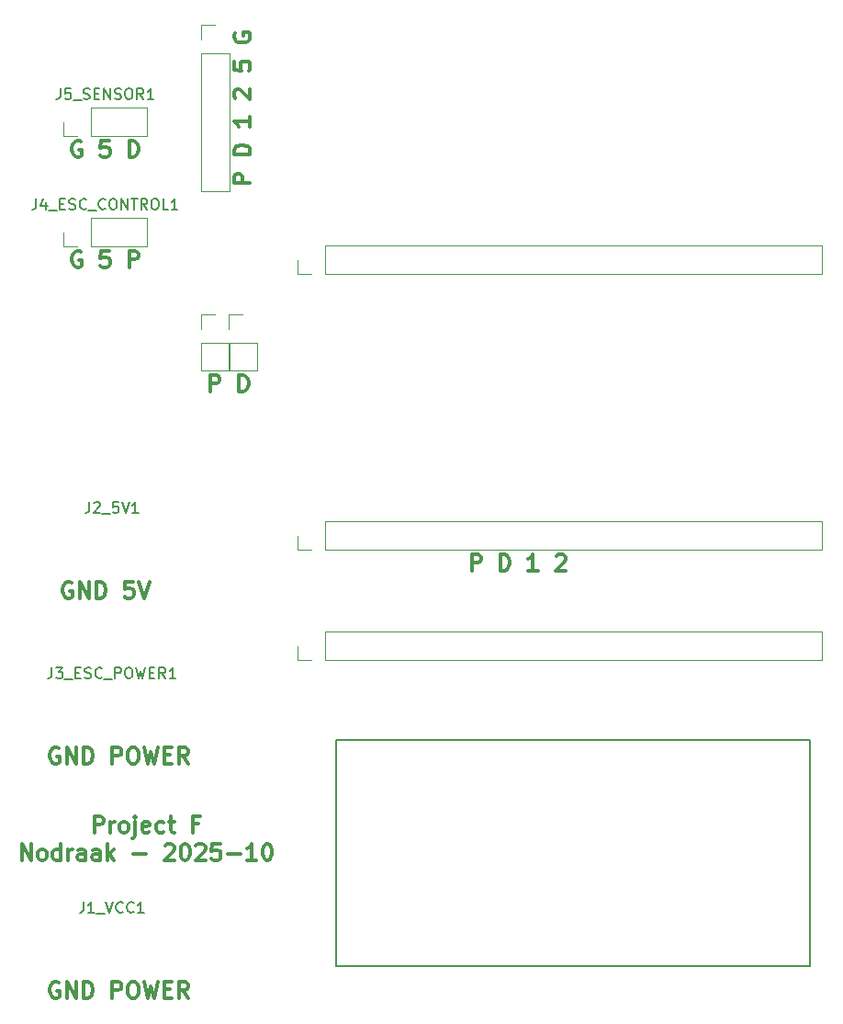
<source format=gbr>
%TF.GenerationSoftware,KiCad,Pcbnew,5.1.9+dfsg1-1~bpo10+1*%
%TF.CreationDate,2025-10-28T22:16:13+01:00*%
%TF.ProjectId,project-f,70726f6a-6563-4742-9d66-2e6b69636164,rev?*%
%TF.SameCoordinates,Original*%
%TF.FileFunction,Legend,Top*%
%TF.FilePolarity,Positive*%
%FSLAX46Y46*%
G04 Gerber Fmt 4.6, Leading zero omitted, Abs format (unit mm)*
G04 Created by KiCad (PCBNEW 5.1.9+dfsg1-1~bpo10+1) date 2025-10-28 22:16:13*
%MOMM*%
%LPD*%
G01*
G04 APERTURE LIST*
%ADD10C,0.300000*%
%ADD11C,0.120000*%
%ADD12C,0.150000*%
G04 APERTURE END LIST*
D10*
X41465714Y-60368571D02*
X41465714Y-58868571D01*
X42037142Y-58868571D01*
X42180000Y-58940000D01*
X42251428Y-59011428D01*
X42322857Y-59154285D01*
X42322857Y-59368571D01*
X42251428Y-59511428D01*
X42180000Y-59582857D01*
X42037142Y-59654285D01*
X41465714Y-59654285D01*
X44108571Y-60368571D02*
X44108571Y-58868571D01*
X44465714Y-58868571D01*
X44680000Y-58940000D01*
X44822857Y-59082857D01*
X44894285Y-59225714D01*
X44965714Y-59511428D01*
X44965714Y-59725714D01*
X44894285Y-60011428D01*
X44822857Y-60154285D01*
X44680000Y-60297142D01*
X44465714Y-60368571D01*
X44108571Y-60368571D01*
X65564285Y-76878571D02*
X65564285Y-75378571D01*
X66135714Y-75378571D01*
X66278571Y-75450000D01*
X66350000Y-75521428D01*
X66421428Y-75664285D01*
X66421428Y-75878571D01*
X66350000Y-76021428D01*
X66278571Y-76092857D01*
X66135714Y-76164285D01*
X65564285Y-76164285D01*
X68207142Y-76878571D02*
X68207142Y-75378571D01*
X68564285Y-75378571D01*
X68778571Y-75450000D01*
X68921428Y-75592857D01*
X68992857Y-75735714D01*
X69064285Y-76021428D01*
X69064285Y-76235714D01*
X68992857Y-76521428D01*
X68921428Y-76664285D01*
X68778571Y-76807142D01*
X68564285Y-76878571D01*
X68207142Y-76878571D01*
X71635714Y-76878571D02*
X70778571Y-76878571D01*
X71207142Y-76878571D02*
X71207142Y-75378571D01*
X71064285Y-75592857D01*
X70921428Y-75735714D01*
X70778571Y-75807142D01*
X73350000Y-75521428D02*
X73421428Y-75450000D01*
X73564285Y-75378571D01*
X73921428Y-75378571D01*
X74064285Y-75450000D01*
X74135714Y-75521428D01*
X74207142Y-75664285D01*
X74207142Y-75807142D01*
X74135714Y-76021428D01*
X73278571Y-76878571D01*
X74207142Y-76878571D01*
X45128571Y-41182857D02*
X43628571Y-41182857D01*
X43628571Y-40611428D01*
X43700000Y-40468571D01*
X43771428Y-40397142D01*
X43914285Y-40325714D01*
X44128571Y-40325714D01*
X44271428Y-40397142D01*
X44342857Y-40468571D01*
X44414285Y-40611428D01*
X44414285Y-41182857D01*
X45128571Y-38540000D02*
X43628571Y-38540000D01*
X43628571Y-38182857D01*
X43700000Y-37968571D01*
X43842857Y-37825714D01*
X43985714Y-37754285D01*
X44271428Y-37682857D01*
X44485714Y-37682857D01*
X44771428Y-37754285D01*
X44914285Y-37825714D01*
X45057142Y-37968571D01*
X45128571Y-38182857D01*
X45128571Y-38540000D01*
X45128571Y-35111428D02*
X45128571Y-35968571D01*
X45128571Y-35540000D02*
X43628571Y-35540000D01*
X43842857Y-35682857D01*
X43985714Y-35825714D01*
X44057142Y-35968571D01*
X43771428Y-33397142D02*
X43700000Y-33325714D01*
X43628571Y-33182857D01*
X43628571Y-32825714D01*
X43700000Y-32682857D01*
X43771428Y-32611428D01*
X43914285Y-32540000D01*
X44057142Y-32540000D01*
X44271428Y-32611428D01*
X45128571Y-33468571D01*
X45128571Y-32540000D01*
X43628571Y-30040000D02*
X43628571Y-30754285D01*
X44342857Y-30825714D01*
X44271428Y-30754285D01*
X44200000Y-30611428D01*
X44200000Y-30254285D01*
X44271428Y-30111428D01*
X44342857Y-30040000D01*
X44485714Y-29968571D01*
X44842857Y-29968571D01*
X44985714Y-30040000D01*
X45057142Y-30111428D01*
X45128571Y-30254285D01*
X45128571Y-30611428D01*
X45057142Y-30754285D01*
X44985714Y-30825714D01*
X43700000Y-27397142D02*
X43628571Y-27540000D01*
X43628571Y-27754285D01*
X43700000Y-27968571D01*
X43842857Y-28111428D01*
X43985714Y-28182857D01*
X44271428Y-28254285D01*
X44485714Y-28254285D01*
X44771428Y-28182857D01*
X44914285Y-28111428D01*
X45057142Y-27968571D01*
X45128571Y-27754285D01*
X45128571Y-27611428D01*
X45057142Y-27397142D01*
X44985714Y-27325714D01*
X44485714Y-27325714D01*
X44485714Y-27611428D01*
X27484285Y-114820000D02*
X27341428Y-114748571D01*
X27127142Y-114748571D01*
X26912857Y-114820000D01*
X26770000Y-114962857D01*
X26698571Y-115105714D01*
X26627142Y-115391428D01*
X26627142Y-115605714D01*
X26698571Y-115891428D01*
X26770000Y-116034285D01*
X26912857Y-116177142D01*
X27127142Y-116248571D01*
X27270000Y-116248571D01*
X27484285Y-116177142D01*
X27555714Y-116105714D01*
X27555714Y-115605714D01*
X27270000Y-115605714D01*
X28198571Y-116248571D02*
X28198571Y-114748571D01*
X29055714Y-116248571D01*
X29055714Y-114748571D01*
X29770000Y-116248571D02*
X29770000Y-114748571D01*
X30127142Y-114748571D01*
X30341428Y-114820000D01*
X30484285Y-114962857D01*
X30555714Y-115105714D01*
X30627142Y-115391428D01*
X30627142Y-115605714D01*
X30555714Y-115891428D01*
X30484285Y-116034285D01*
X30341428Y-116177142D01*
X30127142Y-116248571D01*
X29770000Y-116248571D01*
X32412857Y-116248571D02*
X32412857Y-114748571D01*
X32984285Y-114748571D01*
X33127142Y-114820000D01*
X33198571Y-114891428D01*
X33270000Y-115034285D01*
X33270000Y-115248571D01*
X33198571Y-115391428D01*
X33127142Y-115462857D01*
X32984285Y-115534285D01*
X32412857Y-115534285D01*
X34198571Y-114748571D02*
X34484285Y-114748571D01*
X34627142Y-114820000D01*
X34770000Y-114962857D01*
X34841428Y-115248571D01*
X34841428Y-115748571D01*
X34770000Y-116034285D01*
X34627142Y-116177142D01*
X34484285Y-116248571D01*
X34198571Y-116248571D01*
X34055714Y-116177142D01*
X33912857Y-116034285D01*
X33841428Y-115748571D01*
X33841428Y-115248571D01*
X33912857Y-114962857D01*
X34055714Y-114820000D01*
X34198571Y-114748571D01*
X35341428Y-114748571D02*
X35698571Y-116248571D01*
X35984285Y-115177142D01*
X36270000Y-116248571D01*
X36627142Y-114748571D01*
X37198571Y-115462857D02*
X37698571Y-115462857D01*
X37912857Y-116248571D02*
X37198571Y-116248571D01*
X37198571Y-114748571D01*
X37912857Y-114748571D01*
X39412857Y-116248571D02*
X38912857Y-115534285D01*
X38555714Y-116248571D02*
X38555714Y-114748571D01*
X39127142Y-114748571D01*
X39270000Y-114820000D01*
X39341428Y-114891428D01*
X39412857Y-115034285D01*
X39412857Y-115248571D01*
X39341428Y-115391428D01*
X39270000Y-115462857D01*
X39127142Y-115534285D01*
X38555714Y-115534285D01*
X27484285Y-93230000D02*
X27341428Y-93158571D01*
X27127142Y-93158571D01*
X26912857Y-93230000D01*
X26770000Y-93372857D01*
X26698571Y-93515714D01*
X26627142Y-93801428D01*
X26627142Y-94015714D01*
X26698571Y-94301428D01*
X26770000Y-94444285D01*
X26912857Y-94587142D01*
X27127142Y-94658571D01*
X27270000Y-94658571D01*
X27484285Y-94587142D01*
X27555714Y-94515714D01*
X27555714Y-94015714D01*
X27270000Y-94015714D01*
X28198571Y-94658571D02*
X28198571Y-93158571D01*
X29055714Y-94658571D01*
X29055714Y-93158571D01*
X29770000Y-94658571D02*
X29770000Y-93158571D01*
X30127142Y-93158571D01*
X30341428Y-93230000D01*
X30484285Y-93372857D01*
X30555714Y-93515714D01*
X30627142Y-93801428D01*
X30627142Y-94015714D01*
X30555714Y-94301428D01*
X30484285Y-94444285D01*
X30341428Y-94587142D01*
X30127142Y-94658571D01*
X29770000Y-94658571D01*
X32412857Y-94658571D02*
X32412857Y-93158571D01*
X32984285Y-93158571D01*
X33127142Y-93230000D01*
X33198571Y-93301428D01*
X33270000Y-93444285D01*
X33270000Y-93658571D01*
X33198571Y-93801428D01*
X33127142Y-93872857D01*
X32984285Y-93944285D01*
X32412857Y-93944285D01*
X34198571Y-93158571D02*
X34484285Y-93158571D01*
X34627142Y-93230000D01*
X34770000Y-93372857D01*
X34841428Y-93658571D01*
X34841428Y-94158571D01*
X34770000Y-94444285D01*
X34627142Y-94587142D01*
X34484285Y-94658571D01*
X34198571Y-94658571D01*
X34055714Y-94587142D01*
X33912857Y-94444285D01*
X33841428Y-94158571D01*
X33841428Y-93658571D01*
X33912857Y-93372857D01*
X34055714Y-93230000D01*
X34198571Y-93158571D01*
X35341428Y-93158571D02*
X35698571Y-94658571D01*
X35984285Y-93587142D01*
X36270000Y-94658571D01*
X36627142Y-93158571D01*
X37198571Y-93872857D02*
X37698571Y-93872857D01*
X37912857Y-94658571D02*
X37198571Y-94658571D01*
X37198571Y-93158571D01*
X37912857Y-93158571D01*
X39412857Y-94658571D02*
X38912857Y-93944285D01*
X38555714Y-94658571D02*
X38555714Y-93158571D01*
X39127142Y-93158571D01*
X39270000Y-93230000D01*
X39341428Y-93301428D01*
X39412857Y-93444285D01*
X39412857Y-93658571D01*
X39341428Y-93801428D01*
X39270000Y-93872857D01*
X39127142Y-93944285D01*
X38555714Y-93944285D01*
X28678571Y-77990000D02*
X28535714Y-77918571D01*
X28321428Y-77918571D01*
X28107142Y-77990000D01*
X27964285Y-78132857D01*
X27892857Y-78275714D01*
X27821428Y-78561428D01*
X27821428Y-78775714D01*
X27892857Y-79061428D01*
X27964285Y-79204285D01*
X28107142Y-79347142D01*
X28321428Y-79418571D01*
X28464285Y-79418571D01*
X28678571Y-79347142D01*
X28750000Y-79275714D01*
X28750000Y-78775714D01*
X28464285Y-78775714D01*
X29392857Y-79418571D02*
X29392857Y-77918571D01*
X30250000Y-79418571D01*
X30250000Y-77918571D01*
X30964285Y-79418571D02*
X30964285Y-77918571D01*
X31321428Y-77918571D01*
X31535714Y-77990000D01*
X31678571Y-78132857D01*
X31750000Y-78275714D01*
X31821428Y-78561428D01*
X31821428Y-78775714D01*
X31750000Y-79061428D01*
X31678571Y-79204285D01*
X31535714Y-79347142D01*
X31321428Y-79418571D01*
X30964285Y-79418571D01*
X34321428Y-77918571D02*
X33607142Y-77918571D01*
X33535714Y-78632857D01*
X33607142Y-78561428D01*
X33750000Y-78490000D01*
X34107142Y-78490000D01*
X34250000Y-78561428D01*
X34321428Y-78632857D01*
X34392857Y-78775714D01*
X34392857Y-79132857D01*
X34321428Y-79275714D01*
X34250000Y-79347142D01*
X34107142Y-79418571D01*
X33750000Y-79418571D01*
X33607142Y-79347142D01*
X33535714Y-79275714D01*
X34821428Y-77918571D02*
X35321428Y-79418571D01*
X35821428Y-77918571D01*
X29535714Y-47510000D02*
X29392857Y-47438571D01*
X29178571Y-47438571D01*
X28964285Y-47510000D01*
X28821428Y-47652857D01*
X28750000Y-47795714D01*
X28678571Y-48081428D01*
X28678571Y-48295714D01*
X28750000Y-48581428D01*
X28821428Y-48724285D01*
X28964285Y-48867142D01*
X29178571Y-48938571D01*
X29321428Y-48938571D01*
X29535714Y-48867142D01*
X29607142Y-48795714D01*
X29607142Y-48295714D01*
X29321428Y-48295714D01*
X32107142Y-47438571D02*
X31392857Y-47438571D01*
X31321428Y-48152857D01*
X31392857Y-48081428D01*
X31535714Y-48010000D01*
X31892857Y-48010000D01*
X32035714Y-48081428D01*
X32107142Y-48152857D01*
X32178571Y-48295714D01*
X32178571Y-48652857D01*
X32107142Y-48795714D01*
X32035714Y-48867142D01*
X31892857Y-48938571D01*
X31535714Y-48938571D01*
X31392857Y-48867142D01*
X31321428Y-48795714D01*
X33964285Y-48938571D02*
X33964285Y-47438571D01*
X34535714Y-47438571D01*
X34678571Y-47510000D01*
X34750000Y-47581428D01*
X34821428Y-47724285D01*
X34821428Y-47938571D01*
X34750000Y-48081428D01*
X34678571Y-48152857D01*
X34535714Y-48224285D01*
X33964285Y-48224285D01*
X29535714Y-37350000D02*
X29392857Y-37278571D01*
X29178571Y-37278571D01*
X28964285Y-37350000D01*
X28821428Y-37492857D01*
X28750000Y-37635714D01*
X28678571Y-37921428D01*
X28678571Y-38135714D01*
X28750000Y-38421428D01*
X28821428Y-38564285D01*
X28964285Y-38707142D01*
X29178571Y-38778571D01*
X29321428Y-38778571D01*
X29535714Y-38707142D01*
X29607142Y-38635714D01*
X29607142Y-38135714D01*
X29321428Y-38135714D01*
X32107142Y-37278571D02*
X31392857Y-37278571D01*
X31321428Y-37992857D01*
X31392857Y-37921428D01*
X31535714Y-37850000D01*
X31892857Y-37850000D01*
X32035714Y-37921428D01*
X32107142Y-37992857D01*
X32178571Y-38135714D01*
X32178571Y-38492857D01*
X32107142Y-38635714D01*
X32035714Y-38707142D01*
X31892857Y-38778571D01*
X31535714Y-38778571D01*
X31392857Y-38707142D01*
X31321428Y-38635714D01*
X33964285Y-38778571D02*
X33964285Y-37278571D01*
X34321428Y-37278571D01*
X34535714Y-37350000D01*
X34678571Y-37492857D01*
X34750000Y-37635714D01*
X34821428Y-37921428D01*
X34821428Y-38135714D01*
X34750000Y-38421428D01*
X34678571Y-38564285D01*
X34535714Y-38707142D01*
X34321428Y-38778571D01*
X33964285Y-38778571D01*
X30738571Y-101003571D02*
X30738571Y-99503571D01*
X31310000Y-99503571D01*
X31452857Y-99575000D01*
X31524285Y-99646428D01*
X31595714Y-99789285D01*
X31595714Y-100003571D01*
X31524285Y-100146428D01*
X31452857Y-100217857D01*
X31310000Y-100289285D01*
X30738571Y-100289285D01*
X32238571Y-101003571D02*
X32238571Y-100003571D01*
X32238571Y-100289285D02*
X32310000Y-100146428D01*
X32381428Y-100075000D01*
X32524285Y-100003571D01*
X32667142Y-100003571D01*
X33381428Y-101003571D02*
X33238571Y-100932142D01*
X33167142Y-100860714D01*
X33095714Y-100717857D01*
X33095714Y-100289285D01*
X33167142Y-100146428D01*
X33238571Y-100075000D01*
X33381428Y-100003571D01*
X33595714Y-100003571D01*
X33738571Y-100075000D01*
X33810000Y-100146428D01*
X33881428Y-100289285D01*
X33881428Y-100717857D01*
X33810000Y-100860714D01*
X33738571Y-100932142D01*
X33595714Y-101003571D01*
X33381428Y-101003571D01*
X34524285Y-100003571D02*
X34524285Y-101289285D01*
X34452857Y-101432142D01*
X34310000Y-101503571D01*
X34238571Y-101503571D01*
X34524285Y-99503571D02*
X34452857Y-99575000D01*
X34524285Y-99646428D01*
X34595714Y-99575000D01*
X34524285Y-99503571D01*
X34524285Y-99646428D01*
X35810000Y-100932142D02*
X35667142Y-101003571D01*
X35381428Y-101003571D01*
X35238571Y-100932142D01*
X35167142Y-100789285D01*
X35167142Y-100217857D01*
X35238571Y-100075000D01*
X35381428Y-100003571D01*
X35667142Y-100003571D01*
X35810000Y-100075000D01*
X35881428Y-100217857D01*
X35881428Y-100360714D01*
X35167142Y-100503571D01*
X37167142Y-100932142D02*
X37024285Y-101003571D01*
X36738571Y-101003571D01*
X36595714Y-100932142D01*
X36524285Y-100860714D01*
X36452857Y-100717857D01*
X36452857Y-100289285D01*
X36524285Y-100146428D01*
X36595714Y-100075000D01*
X36738571Y-100003571D01*
X37024285Y-100003571D01*
X37167142Y-100075000D01*
X37595714Y-100003571D02*
X38167142Y-100003571D01*
X37810000Y-99503571D02*
X37810000Y-100789285D01*
X37881428Y-100932142D01*
X38024285Y-101003571D01*
X38167142Y-101003571D01*
X40310000Y-100217857D02*
X39810000Y-100217857D01*
X39810000Y-101003571D02*
X39810000Y-99503571D01*
X40524285Y-99503571D01*
X24060000Y-103553571D02*
X24060000Y-102053571D01*
X24917142Y-103553571D01*
X24917142Y-102053571D01*
X25845714Y-103553571D02*
X25702857Y-103482142D01*
X25631428Y-103410714D01*
X25560000Y-103267857D01*
X25560000Y-102839285D01*
X25631428Y-102696428D01*
X25702857Y-102625000D01*
X25845714Y-102553571D01*
X26060000Y-102553571D01*
X26202857Y-102625000D01*
X26274285Y-102696428D01*
X26345714Y-102839285D01*
X26345714Y-103267857D01*
X26274285Y-103410714D01*
X26202857Y-103482142D01*
X26060000Y-103553571D01*
X25845714Y-103553571D01*
X27631428Y-103553571D02*
X27631428Y-102053571D01*
X27631428Y-103482142D02*
X27488571Y-103553571D01*
X27202857Y-103553571D01*
X27060000Y-103482142D01*
X26988571Y-103410714D01*
X26917142Y-103267857D01*
X26917142Y-102839285D01*
X26988571Y-102696428D01*
X27060000Y-102625000D01*
X27202857Y-102553571D01*
X27488571Y-102553571D01*
X27631428Y-102625000D01*
X28345714Y-103553571D02*
X28345714Y-102553571D01*
X28345714Y-102839285D02*
X28417142Y-102696428D01*
X28488571Y-102625000D01*
X28631428Y-102553571D01*
X28774285Y-102553571D01*
X29917142Y-103553571D02*
X29917142Y-102767857D01*
X29845714Y-102625000D01*
X29702857Y-102553571D01*
X29417142Y-102553571D01*
X29274285Y-102625000D01*
X29917142Y-103482142D02*
X29774285Y-103553571D01*
X29417142Y-103553571D01*
X29274285Y-103482142D01*
X29202857Y-103339285D01*
X29202857Y-103196428D01*
X29274285Y-103053571D01*
X29417142Y-102982142D01*
X29774285Y-102982142D01*
X29917142Y-102910714D01*
X31274285Y-103553571D02*
X31274285Y-102767857D01*
X31202857Y-102625000D01*
X31060000Y-102553571D01*
X30774285Y-102553571D01*
X30631428Y-102625000D01*
X31274285Y-103482142D02*
X31131428Y-103553571D01*
X30774285Y-103553571D01*
X30631428Y-103482142D01*
X30560000Y-103339285D01*
X30560000Y-103196428D01*
X30631428Y-103053571D01*
X30774285Y-102982142D01*
X31131428Y-102982142D01*
X31274285Y-102910714D01*
X31988571Y-103553571D02*
X31988571Y-102053571D01*
X32131428Y-102982142D02*
X32560000Y-103553571D01*
X32560000Y-102553571D02*
X31988571Y-103125000D01*
X34345714Y-102982142D02*
X35488571Y-102982142D01*
X37274285Y-102196428D02*
X37345714Y-102125000D01*
X37488571Y-102053571D01*
X37845714Y-102053571D01*
X37988571Y-102125000D01*
X38060000Y-102196428D01*
X38131428Y-102339285D01*
X38131428Y-102482142D01*
X38060000Y-102696428D01*
X37202857Y-103553571D01*
X38131428Y-103553571D01*
X39060000Y-102053571D02*
X39202857Y-102053571D01*
X39345714Y-102125000D01*
X39417142Y-102196428D01*
X39488571Y-102339285D01*
X39560000Y-102625000D01*
X39560000Y-102982142D01*
X39488571Y-103267857D01*
X39417142Y-103410714D01*
X39345714Y-103482142D01*
X39202857Y-103553571D01*
X39060000Y-103553571D01*
X38917142Y-103482142D01*
X38845714Y-103410714D01*
X38774285Y-103267857D01*
X38702857Y-102982142D01*
X38702857Y-102625000D01*
X38774285Y-102339285D01*
X38845714Y-102196428D01*
X38917142Y-102125000D01*
X39060000Y-102053571D01*
X40131428Y-102196428D02*
X40202857Y-102125000D01*
X40345714Y-102053571D01*
X40702857Y-102053571D01*
X40845714Y-102125000D01*
X40917142Y-102196428D01*
X40988571Y-102339285D01*
X40988571Y-102482142D01*
X40917142Y-102696428D01*
X40060000Y-103553571D01*
X40988571Y-103553571D01*
X42345714Y-102053571D02*
X41631428Y-102053571D01*
X41560000Y-102767857D01*
X41631428Y-102696428D01*
X41774285Y-102625000D01*
X42131428Y-102625000D01*
X42274285Y-102696428D01*
X42345714Y-102767857D01*
X42417142Y-102910714D01*
X42417142Y-103267857D01*
X42345714Y-103410714D01*
X42274285Y-103482142D01*
X42131428Y-103553571D01*
X41774285Y-103553571D01*
X41631428Y-103482142D01*
X41560000Y-103410714D01*
X43060000Y-102982142D02*
X44202857Y-102982142D01*
X45702857Y-103553571D02*
X44845714Y-103553571D01*
X45274285Y-103553571D02*
X45274285Y-102053571D01*
X45131428Y-102267857D01*
X44988571Y-102410714D01*
X44845714Y-102482142D01*
X46631428Y-102053571D02*
X46774285Y-102053571D01*
X46917142Y-102125000D01*
X46988571Y-102196428D01*
X47060000Y-102339285D01*
X47131428Y-102625000D01*
X47131428Y-102982142D01*
X47060000Y-103267857D01*
X46988571Y-103410714D01*
X46917142Y-103482142D01*
X46774285Y-103553571D01*
X46631428Y-103553571D01*
X46488571Y-103482142D01*
X46417142Y-103410714D01*
X46345714Y-103267857D01*
X46274285Y-102982142D01*
X46274285Y-102625000D01*
X46345714Y-102339285D01*
X46417142Y-102196428D01*
X46488571Y-102125000D01*
X46631428Y-102053571D01*
D11*
%TO.C,REF\u002A\u002A*%
X43120000Y-53280000D02*
X44450000Y-53280000D01*
X43120000Y-54610000D02*
X43120000Y-53280000D01*
X43120000Y-55880000D02*
X45780000Y-55880000D01*
X45780000Y-55880000D02*
X45780000Y-58480000D01*
X43120000Y-55880000D02*
X43120000Y-58480000D01*
X43120000Y-58480000D02*
X45780000Y-58480000D01*
X40580000Y-58480000D02*
X43240000Y-58480000D01*
X40580000Y-55880000D02*
X40580000Y-58480000D01*
X43240000Y-55880000D02*
X43240000Y-58480000D01*
X40580000Y-55880000D02*
X43240000Y-55880000D01*
X40580000Y-54610000D02*
X40580000Y-53280000D01*
X40580000Y-53280000D02*
X41910000Y-53280000D01*
X40580000Y-41970000D02*
X43240000Y-41970000D01*
X40580000Y-29210000D02*
X40580000Y-41970000D01*
X43240000Y-29210000D02*
X43240000Y-41970000D01*
X40580000Y-29210000D02*
X43240000Y-29210000D01*
X40580000Y-27940000D02*
X40580000Y-26610000D01*
X40580000Y-26610000D02*
X41910000Y-26610000D01*
X97850000Y-85150000D02*
X97850000Y-82490000D01*
X52070000Y-85150000D02*
X97850000Y-85150000D01*
X52070000Y-82490000D02*
X97850000Y-82490000D01*
X52070000Y-85150000D02*
X52070000Y-82490000D01*
X50800000Y-85150000D02*
X49470000Y-85150000D01*
X49470000Y-85150000D02*
X49470000Y-83820000D01*
D12*
%TO.C,U1*%
X53086000Y-92456000D02*
X96774000Y-92456000D01*
X96774000Y-92456000D02*
X96774000Y-113284000D01*
X96774000Y-113284000D02*
X53086000Y-113284000D01*
X53086000Y-113284000D02*
X53086000Y-92456000D01*
D11*
%TO.C,U2*%
X52070000Y-49590000D02*
X97850000Y-49590000D01*
X50800000Y-49590000D02*
X49470000Y-49590000D01*
X49470000Y-49590000D02*
X49470000Y-48260000D01*
X52070000Y-46930000D02*
X97850000Y-46930000D01*
X97850000Y-49590000D02*
X97850000Y-46930000D01*
X52070000Y-49590000D02*
X52070000Y-46930000D01*
X52070000Y-74990000D02*
X97850000Y-74990000D01*
X50800000Y-74990000D02*
X49470000Y-74990000D01*
X49470000Y-74990000D02*
X49470000Y-73660000D01*
X52070000Y-72330000D02*
X97850000Y-72330000D01*
X97850000Y-74990000D02*
X97850000Y-72330000D01*
X52070000Y-74990000D02*
X52070000Y-72330000D01*
%TO.C,J5_SENSOR1*%
X35620000Y-36890000D02*
X35620000Y-34230000D01*
X30480000Y-36890000D02*
X35620000Y-36890000D01*
X30480000Y-34230000D02*
X35620000Y-34230000D01*
X30480000Y-36890000D02*
X30480000Y-34230000D01*
X29210000Y-36890000D02*
X27880000Y-36890000D01*
X27880000Y-36890000D02*
X27880000Y-35560000D01*
%TO.C,J4_ESC_CONTROL1*%
X35620000Y-47050000D02*
X35620000Y-44390000D01*
X30480000Y-47050000D02*
X35620000Y-47050000D01*
X30480000Y-44390000D02*
X35620000Y-44390000D01*
X30480000Y-47050000D02*
X30480000Y-44390000D01*
X29210000Y-47050000D02*
X27880000Y-47050000D01*
X27880000Y-47050000D02*
X27880000Y-45720000D01*
%TO.C,J1_VCC1*%
D12*
X29765952Y-107402380D02*
X29765952Y-108116666D01*
X29718333Y-108259523D01*
X29623095Y-108354761D01*
X29480238Y-108402380D01*
X29385000Y-108402380D01*
X30765952Y-108402380D02*
X30194523Y-108402380D01*
X30480238Y-108402380D02*
X30480238Y-107402380D01*
X30385000Y-107545238D01*
X30289761Y-107640476D01*
X30194523Y-107688095D01*
X30956428Y-108497619D02*
X31718333Y-108497619D01*
X31813571Y-107402380D02*
X32146904Y-108402380D01*
X32480238Y-107402380D01*
X33385000Y-108307142D02*
X33337380Y-108354761D01*
X33194523Y-108402380D01*
X33099285Y-108402380D01*
X32956428Y-108354761D01*
X32861190Y-108259523D01*
X32813571Y-108164285D01*
X32765952Y-107973809D01*
X32765952Y-107830952D01*
X32813571Y-107640476D01*
X32861190Y-107545238D01*
X32956428Y-107450000D01*
X33099285Y-107402380D01*
X33194523Y-107402380D01*
X33337380Y-107450000D01*
X33385000Y-107497619D01*
X34385000Y-108307142D02*
X34337380Y-108354761D01*
X34194523Y-108402380D01*
X34099285Y-108402380D01*
X33956428Y-108354761D01*
X33861190Y-108259523D01*
X33813571Y-108164285D01*
X33765952Y-107973809D01*
X33765952Y-107830952D01*
X33813571Y-107640476D01*
X33861190Y-107545238D01*
X33956428Y-107450000D01*
X34099285Y-107402380D01*
X34194523Y-107402380D01*
X34337380Y-107450000D01*
X34385000Y-107497619D01*
X35337380Y-108402380D02*
X34765952Y-108402380D01*
X35051666Y-108402380D02*
X35051666Y-107402380D01*
X34956428Y-107545238D01*
X34861190Y-107640476D01*
X34765952Y-107688095D01*
%TO.C,J5_SENSOR1*%
X27607142Y-32472380D02*
X27607142Y-33186666D01*
X27559523Y-33329523D01*
X27464285Y-33424761D01*
X27321428Y-33472380D01*
X27226190Y-33472380D01*
X28559523Y-32472380D02*
X28083333Y-32472380D01*
X28035714Y-32948571D01*
X28083333Y-32900952D01*
X28178571Y-32853333D01*
X28416666Y-32853333D01*
X28511904Y-32900952D01*
X28559523Y-32948571D01*
X28607142Y-33043809D01*
X28607142Y-33281904D01*
X28559523Y-33377142D01*
X28511904Y-33424761D01*
X28416666Y-33472380D01*
X28178571Y-33472380D01*
X28083333Y-33424761D01*
X28035714Y-33377142D01*
X28797619Y-33567619D02*
X29559523Y-33567619D01*
X29750000Y-33424761D02*
X29892857Y-33472380D01*
X30130952Y-33472380D01*
X30226190Y-33424761D01*
X30273809Y-33377142D01*
X30321428Y-33281904D01*
X30321428Y-33186666D01*
X30273809Y-33091428D01*
X30226190Y-33043809D01*
X30130952Y-32996190D01*
X29940476Y-32948571D01*
X29845238Y-32900952D01*
X29797619Y-32853333D01*
X29750000Y-32758095D01*
X29750000Y-32662857D01*
X29797619Y-32567619D01*
X29845238Y-32520000D01*
X29940476Y-32472380D01*
X30178571Y-32472380D01*
X30321428Y-32520000D01*
X30750000Y-32948571D02*
X31083333Y-32948571D01*
X31226190Y-33472380D02*
X30750000Y-33472380D01*
X30750000Y-32472380D01*
X31226190Y-32472380D01*
X31654761Y-33472380D02*
X31654761Y-32472380D01*
X32226190Y-33472380D01*
X32226190Y-32472380D01*
X32654761Y-33424761D02*
X32797619Y-33472380D01*
X33035714Y-33472380D01*
X33130952Y-33424761D01*
X33178571Y-33377142D01*
X33226190Y-33281904D01*
X33226190Y-33186666D01*
X33178571Y-33091428D01*
X33130952Y-33043809D01*
X33035714Y-32996190D01*
X32845238Y-32948571D01*
X32750000Y-32900952D01*
X32702380Y-32853333D01*
X32654761Y-32758095D01*
X32654761Y-32662857D01*
X32702380Y-32567619D01*
X32750000Y-32520000D01*
X32845238Y-32472380D01*
X33083333Y-32472380D01*
X33226190Y-32520000D01*
X33845238Y-32472380D02*
X34035714Y-32472380D01*
X34130952Y-32520000D01*
X34226190Y-32615238D01*
X34273809Y-32805714D01*
X34273809Y-33139047D01*
X34226190Y-33329523D01*
X34130952Y-33424761D01*
X34035714Y-33472380D01*
X33845238Y-33472380D01*
X33750000Y-33424761D01*
X33654761Y-33329523D01*
X33607142Y-33139047D01*
X33607142Y-32805714D01*
X33654761Y-32615238D01*
X33750000Y-32520000D01*
X33845238Y-32472380D01*
X35273809Y-33472380D02*
X34940476Y-32996190D01*
X34702380Y-33472380D02*
X34702380Y-32472380D01*
X35083333Y-32472380D01*
X35178571Y-32520000D01*
X35226190Y-32567619D01*
X35273809Y-32662857D01*
X35273809Y-32805714D01*
X35226190Y-32900952D01*
X35178571Y-32948571D01*
X35083333Y-32996190D01*
X34702380Y-32996190D01*
X36226190Y-33472380D02*
X35654761Y-33472380D01*
X35940476Y-33472380D02*
X35940476Y-32472380D01*
X35845238Y-32615238D01*
X35750000Y-32710476D01*
X35654761Y-32758095D01*
%TO.C,J4_ESC_CONTROL1*%
X25392857Y-42632380D02*
X25392857Y-43346666D01*
X25345238Y-43489523D01*
X25250000Y-43584761D01*
X25107142Y-43632380D01*
X25011904Y-43632380D01*
X26297619Y-42965714D02*
X26297619Y-43632380D01*
X26059523Y-42584761D02*
X25821428Y-43299047D01*
X26440476Y-43299047D01*
X26583333Y-43727619D02*
X27345238Y-43727619D01*
X27583333Y-43108571D02*
X27916666Y-43108571D01*
X28059523Y-43632380D02*
X27583333Y-43632380D01*
X27583333Y-42632380D01*
X28059523Y-42632380D01*
X28440476Y-43584761D02*
X28583333Y-43632380D01*
X28821428Y-43632380D01*
X28916666Y-43584761D01*
X28964285Y-43537142D01*
X29011904Y-43441904D01*
X29011904Y-43346666D01*
X28964285Y-43251428D01*
X28916666Y-43203809D01*
X28821428Y-43156190D01*
X28630952Y-43108571D01*
X28535714Y-43060952D01*
X28488095Y-43013333D01*
X28440476Y-42918095D01*
X28440476Y-42822857D01*
X28488095Y-42727619D01*
X28535714Y-42680000D01*
X28630952Y-42632380D01*
X28869047Y-42632380D01*
X29011904Y-42680000D01*
X30011904Y-43537142D02*
X29964285Y-43584761D01*
X29821428Y-43632380D01*
X29726190Y-43632380D01*
X29583333Y-43584761D01*
X29488095Y-43489523D01*
X29440476Y-43394285D01*
X29392857Y-43203809D01*
X29392857Y-43060952D01*
X29440476Y-42870476D01*
X29488095Y-42775238D01*
X29583333Y-42680000D01*
X29726190Y-42632380D01*
X29821428Y-42632380D01*
X29964285Y-42680000D01*
X30011904Y-42727619D01*
X30202380Y-43727619D02*
X30964285Y-43727619D01*
X31773809Y-43537142D02*
X31726190Y-43584761D01*
X31583333Y-43632380D01*
X31488095Y-43632380D01*
X31345238Y-43584761D01*
X31250000Y-43489523D01*
X31202380Y-43394285D01*
X31154761Y-43203809D01*
X31154761Y-43060952D01*
X31202380Y-42870476D01*
X31250000Y-42775238D01*
X31345238Y-42680000D01*
X31488095Y-42632380D01*
X31583333Y-42632380D01*
X31726190Y-42680000D01*
X31773809Y-42727619D01*
X32392857Y-42632380D02*
X32583333Y-42632380D01*
X32678571Y-42680000D01*
X32773809Y-42775238D01*
X32821428Y-42965714D01*
X32821428Y-43299047D01*
X32773809Y-43489523D01*
X32678571Y-43584761D01*
X32583333Y-43632380D01*
X32392857Y-43632380D01*
X32297619Y-43584761D01*
X32202380Y-43489523D01*
X32154761Y-43299047D01*
X32154761Y-42965714D01*
X32202380Y-42775238D01*
X32297619Y-42680000D01*
X32392857Y-42632380D01*
X33250000Y-43632380D02*
X33250000Y-42632380D01*
X33821428Y-43632380D01*
X33821428Y-42632380D01*
X34154761Y-42632380D02*
X34726190Y-42632380D01*
X34440476Y-43632380D02*
X34440476Y-42632380D01*
X35630952Y-43632380D02*
X35297619Y-43156190D01*
X35059523Y-43632380D02*
X35059523Y-42632380D01*
X35440476Y-42632380D01*
X35535714Y-42680000D01*
X35583333Y-42727619D01*
X35630952Y-42822857D01*
X35630952Y-42965714D01*
X35583333Y-43060952D01*
X35535714Y-43108571D01*
X35440476Y-43156190D01*
X35059523Y-43156190D01*
X36250000Y-42632380D02*
X36440476Y-42632380D01*
X36535714Y-42680000D01*
X36630952Y-42775238D01*
X36678571Y-42965714D01*
X36678571Y-43299047D01*
X36630952Y-43489523D01*
X36535714Y-43584761D01*
X36440476Y-43632380D01*
X36250000Y-43632380D01*
X36154761Y-43584761D01*
X36059523Y-43489523D01*
X36011904Y-43299047D01*
X36011904Y-42965714D01*
X36059523Y-42775238D01*
X36154761Y-42680000D01*
X36250000Y-42632380D01*
X37583333Y-43632380D02*
X37107142Y-43632380D01*
X37107142Y-42632380D01*
X38440476Y-43632380D02*
X37869047Y-43632380D01*
X38154761Y-43632380D02*
X38154761Y-42632380D01*
X38059523Y-42775238D01*
X37964285Y-42870476D01*
X37869047Y-42918095D01*
%TO.C,J3_ESC_POWER1*%
X26837380Y-85812380D02*
X26837380Y-86526666D01*
X26789761Y-86669523D01*
X26694523Y-86764761D01*
X26551666Y-86812380D01*
X26456428Y-86812380D01*
X27218333Y-85812380D02*
X27837380Y-85812380D01*
X27504047Y-86193333D01*
X27646904Y-86193333D01*
X27742142Y-86240952D01*
X27789761Y-86288571D01*
X27837380Y-86383809D01*
X27837380Y-86621904D01*
X27789761Y-86717142D01*
X27742142Y-86764761D01*
X27646904Y-86812380D01*
X27361190Y-86812380D01*
X27265952Y-86764761D01*
X27218333Y-86717142D01*
X28027857Y-86907619D02*
X28789761Y-86907619D01*
X29027857Y-86288571D02*
X29361190Y-86288571D01*
X29504047Y-86812380D02*
X29027857Y-86812380D01*
X29027857Y-85812380D01*
X29504047Y-85812380D01*
X29885000Y-86764761D02*
X30027857Y-86812380D01*
X30265952Y-86812380D01*
X30361190Y-86764761D01*
X30408809Y-86717142D01*
X30456428Y-86621904D01*
X30456428Y-86526666D01*
X30408809Y-86431428D01*
X30361190Y-86383809D01*
X30265952Y-86336190D01*
X30075476Y-86288571D01*
X29980238Y-86240952D01*
X29932619Y-86193333D01*
X29885000Y-86098095D01*
X29885000Y-86002857D01*
X29932619Y-85907619D01*
X29980238Y-85860000D01*
X30075476Y-85812380D01*
X30313571Y-85812380D01*
X30456428Y-85860000D01*
X31456428Y-86717142D02*
X31408809Y-86764761D01*
X31265952Y-86812380D01*
X31170714Y-86812380D01*
X31027857Y-86764761D01*
X30932619Y-86669523D01*
X30885000Y-86574285D01*
X30837380Y-86383809D01*
X30837380Y-86240952D01*
X30885000Y-86050476D01*
X30932619Y-85955238D01*
X31027857Y-85860000D01*
X31170714Y-85812380D01*
X31265952Y-85812380D01*
X31408809Y-85860000D01*
X31456428Y-85907619D01*
X31646904Y-86907619D02*
X32408809Y-86907619D01*
X32646904Y-86812380D02*
X32646904Y-85812380D01*
X33027857Y-85812380D01*
X33123095Y-85860000D01*
X33170714Y-85907619D01*
X33218333Y-86002857D01*
X33218333Y-86145714D01*
X33170714Y-86240952D01*
X33123095Y-86288571D01*
X33027857Y-86336190D01*
X32646904Y-86336190D01*
X33837380Y-85812380D02*
X34027857Y-85812380D01*
X34123095Y-85860000D01*
X34218333Y-85955238D01*
X34265952Y-86145714D01*
X34265952Y-86479047D01*
X34218333Y-86669523D01*
X34123095Y-86764761D01*
X34027857Y-86812380D01*
X33837380Y-86812380D01*
X33742142Y-86764761D01*
X33646904Y-86669523D01*
X33599285Y-86479047D01*
X33599285Y-86145714D01*
X33646904Y-85955238D01*
X33742142Y-85860000D01*
X33837380Y-85812380D01*
X34599285Y-85812380D02*
X34837380Y-86812380D01*
X35027857Y-86098095D01*
X35218333Y-86812380D01*
X35456428Y-85812380D01*
X35837380Y-86288571D02*
X36170714Y-86288571D01*
X36313571Y-86812380D02*
X35837380Y-86812380D01*
X35837380Y-85812380D01*
X36313571Y-85812380D01*
X37313571Y-86812380D02*
X36980238Y-86336190D01*
X36742142Y-86812380D02*
X36742142Y-85812380D01*
X37123095Y-85812380D01*
X37218333Y-85860000D01*
X37265952Y-85907619D01*
X37313571Y-86002857D01*
X37313571Y-86145714D01*
X37265952Y-86240952D01*
X37218333Y-86288571D01*
X37123095Y-86336190D01*
X36742142Y-86336190D01*
X38265952Y-86812380D02*
X37694523Y-86812380D01*
X37980238Y-86812380D02*
X37980238Y-85812380D01*
X37885000Y-85955238D01*
X37789761Y-86050476D01*
X37694523Y-86098095D01*
%TO.C,J2_5V1*%
X30289761Y-70572380D02*
X30289761Y-71286666D01*
X30242142Y-71429523D01*
X30146904Y-71524761D01*
X30004047Y-71572380D01*
X29908809Y-71572380D01*
X30718333Y-70667619D02*
X30765952Y-70620000D01*
X30861190Y-70572380D01*
X31099285Y-70572380D01*
X31194523Y-70620000D01*
X31242142Y-70667619D01*
X31289761Y-70762857D01*
X31289761Y-70858095D01*
X31242142Y-71000952D01*
X30670714Y-71572380D01*
X31289761Y-71572380D01*
X31480238Y-71667619D02*
X32242142Y-71667619D01*
X32956428Y-70572380D02*
X32480238Y-70572380D01*
X32432619Y-71048571D01*
X32480238Y-71000952D01*
X32575476Y-70953333D01*
X32813571Y-70953333D01*
X32908809Y-71000952D01*
X32956428Y-71048571D01*
X33004047Y-71143809D01*
X33004047Y-71381904D01*
X32956428Y-71477142D01*
X32908809Y-71524761D01*
X32813571Y-71572380D01*
X32575476Y-71572380D01*
X32480238Y-71524761D01*
X32432619Y-71477142D01*
X33289761Y-70572380D02*
X33623095Y-71572380D01*
X33956428Y-70572380D01*
X34813571Y-71572380D02*
X34242142Y-71572380D01*
X34527857Y-71572380D02*
X34527857Y-70572380D01*
X34432619Y-70715238D01*
X34337380Y-70810476D01*
X34242142Y-70858095D01*
%TD*%
M02*

</source>
